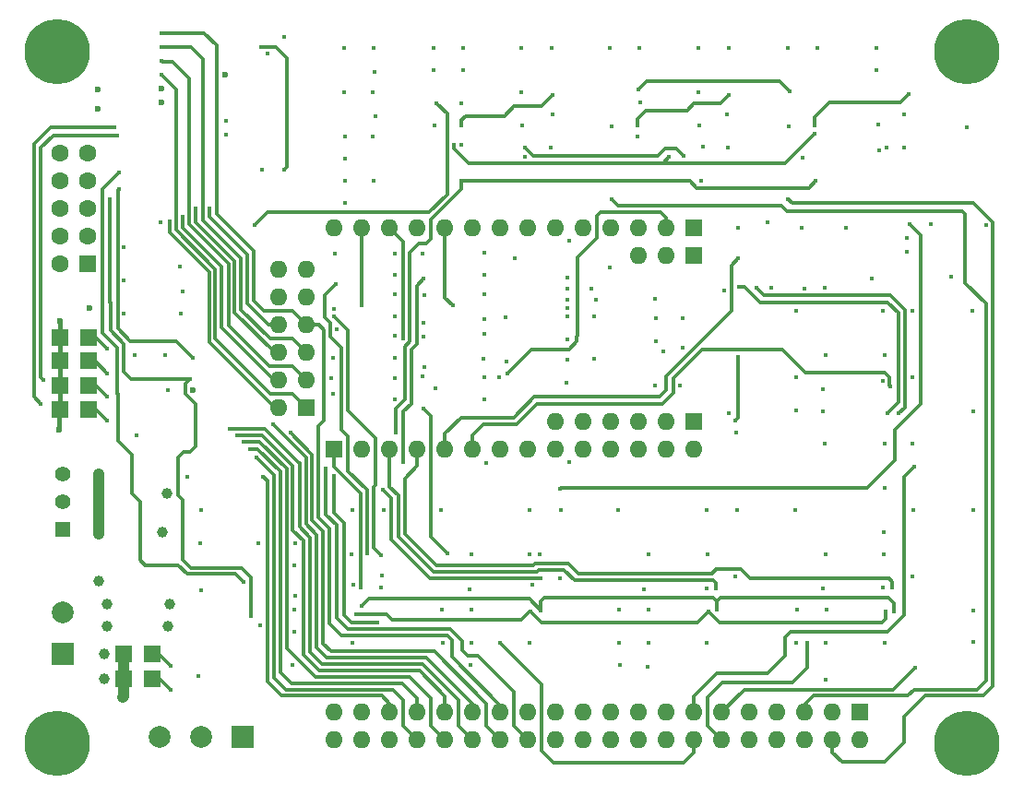
<source format=gbr>
G04 #@! TF.FileFunction,Copper,L1,Top,Signal*
%FSLAX46Y46*%
G04 Gerber Fmt 4.6, Leading zero omitted, Abs format (unit mm)*
G04 Created by KiCad (PCBNEW 4.0.6) date 04/24/18 14:39:14*
%MOMM*%
%LPD*%
G01*
G04 APERTURE LIST*
%ADD10C,0.100000*%
%ADD11C,6.000000*%
%ADD12O,1.600000X1.600000*%
%ADD13R,1.600000X1.600000*%
%ADD14C,1.600000*%
%ADD15R,1.500000X1.500000*%
%ADD16R,2.000000X2.000000*%
%ADD17C,2.000000*%
%ADD18R,1.400000X1.400000*%
%ADD19C,1.400000*%
%ADD20C,0.400000*%
%ADD21C,1.000000*%
%ADD22C,0.600000*%
%ADD23C,0.450000*%
%ADD24C,1.000000*%
%ADD25C,0.300000*%
G04 APERTURE END LIST*
D10*
D11*
X86750000Y66750000D03*
D12*
X54102000Y30226000D03*
X49022000Y32766000D03*
X51562000Y32766000D03*
X54102000Y32766000D03*
X56642000Y32766000D03*
X59182000Y32766000D03*
D13*
X61722000Y32766000D03*
D12*
X38862000Y30226000D03*
X41402000Y30226000D03*
X43942000Y30226000D03*
X46482000Y30226000D03*
X49022000Y30226000D03*
X51562000Y30226000D03*
X61722000Y30226000D03*
X31242000Y30226000D03*
X56642000Y30226000D03*
X33782000Y30226000D03*
X59182000Y30226000D03*
X36322000Y30226000D03*
D13*
X28702000Y30226000D03*
D12*
X23622000Y34036000D03*
X23622000Y46736000D03*
X23622000Y44196000D03*
X23622000Y41656000D03*
X23622000Y39116000D03*
X23622000Y36576000D03*
D13*
X26162000Y34036000D03*
D12*
X26162000Y36576000D03*
X26162000Y39116000D03*
X26162000Y41656000D03*
X26162000Y44196000D03*
X26162000Y46736000D03*
X56642000Y48006000D03*
X59182000Y48006000D03*
D13*
X61722000Y48006000D03*
X61722000Y50546000D03*
D12*
X36322000Y50546000D03*
X59182000Y50546000D03*
X33782000Y50546000D03*
X56642000Y50546000D03*
X31242000Y50546000D03*
X54102000Y50546000D03*
X28702000Y50546000D03*
X51562000Y50546000D03*
X49022000Y50546000D03*
X46482000Y50546000D03*
X43942000Y50546000D03*
X41402000Y50546000D03*
X38862000Y50546000D03*
D13*
X6096000Y47244000D03*
D14*
X3556000Y47244000D03*
X6096000Y49784000D03*
X3556000Y49784000D03*
X6096000Y52324000D03*
X3556000Y52324000D03*
X6096000Y54864000D03*
X3556000Y54864000D03*
X6096000Y57404000D03*
X3556000Y57404000D03*
D11*
X3250000Y3250000D03*
X86750000Y3250000D03*
X3250000Y66750000D03*
D15*
X12018000Y9144000D03*
X9318000Y9144000D03*
X12018000Y11430000D03*
X9318000Y11430000D03*
X6176000Y40513000D03*
X3476000Y40513000D03*
X6176000Y38354000D03*
X3476000Y38354000D03*
X6176000Y36068000D03*
X3476000Y36068000D03*
X6176000Y33909000D03*
X3476000Y33909000D03*
D16*
X3810000Y11430000D03*
D17*
X3810000Y15240000D03*
D16*
X20320000Y3810000D03*
D17*
X12700000Y3810000D03*
X16510000Y3810000D03*
D13*
X76962000Y6096000D03*
D12*
X76962000Y3556000D03*
X74422000Y6096000D03*
X74422000Y3556000D03*
X71882000Y6096000D03*
X71882000Y3556000D03*
X69342000Y6096000D03*
X69342000Y3556000D03*
X66802000Y6096000D03*
X66802000Y3556000D03*
X64262000Y6096000D03*
X64262000Y3556000D03*
X61722000Y6096000D03*
X61722000Y3556000D03*
X59182000Y6096000D03*
X59182000Y3556000D03*
X56642000Y6096000D03*
X56642000Y3556000D03*
X54102000Y6096000D03*
X54102000Y3556000D03*
X51562000Y6096000D03*
X51562000Y3556000D03*
X49022000Y6096000D03*
X49022000Y3556000D03*
X46482000Y6096000D03*
X46482000Y3556000D03*
X43942000Y6096000D03*
X43942000Y3556000D03*
X41402000Y6096000D03*
X41402000Y3556000D03*
X38862000Y6096000D03*
X38862000Y3556000D03*
X36322000Y6096000D03*
X36322000Y3556000D03*
X33782000Y6096000D03*
X33782000Y3556000D03*
X31242000Y6096000D03*
X31242000Y3556000D03*
X28702000Y6096000D03*
X28702000Y3556000D03*
D18*
X3810000Y22860000D03*
D19*
X3810000Y27940000D03*
X3810000Y25400000D03*
D20*
X34290000Y44450000D03*
X28638500Y43116500D03*
X36830000Y36957000D03*
X42481500Y36893500D03*
X28956000Y41275000D03*
X34290000Y40640000D03*
X36957000Y44386500D03*
X36893500Y40576500D03*
X42481500Y44513500D03*
X42481500Y40830500D03*
X42481500Y48260000D03*
X36830000Y48196500D03*
X34290000Y48196500D03*
X28765500Y48196500D03*
X41275000Y15557500D03*
X38608000Y15544800D03*
X52514500Y42481500D03*
X58229500Y42291000D03*
X54000400Y46939200D03*
X44399200Y42367200D03*
X50088800Y42468800D03*
X38506400Y24638000D03*
X41249600Y20574000D03*
X54711600Y24638000D03*
X54864000Y15544800D03*
X57556400Y20574000D03*
X71183500Y15494000D03*
X70993000Y24638000D03*
X71120000Y33845500D03*
X71056500Y42926000D03*
X73787000Y20574000D03*
X73787000Y38862000D03*
X87376000Y15430500D03*
X87312500Y24638000D03*
X87376000Y33718500D03*
X24130000Y68072000D03*
X32512000Y60833000D03*
X32385000Y64897000D03*
X37846000Y67056000D03*
X37846000Y65024000D03*
X37909500Y60007500D03*
X40513000Y67056000D03*
X40513000Y65024000D03*
X54165500Y59880500D03*
X53975000Y67056000D03*
X56705500Y67056000D03*
X56769000Y62103000D03*
X70421500Y59880500D03*
X70294500Y67056000D03*
X73025000Y67056000D03*
X86741000Y59817000D03*
X25082500Y21590000D03*
X25019000Y19558000D03*
X25019000Y15557500D03*
X87249000Y42926000D03*
X81216500Y49657000D03*
X78041500Y45910500D03*
X65722500Y50546000D03*
X60706000Y39560500D03*
X40322500Y58229500D03*
X40386000Y61976000D03*
X71691500Y57023000D03*
X73533000Y33718500D03*
X57531000Y15557500D03*
X73850500Y15557500D03*
X56515000Y58928000D03*
D21*
X7620000Y9144000D03*
X7874000Y16002000D03*
X7874000Y13970000D03*
X7112000Y18161000D03*
D20*
X30353000Y24638000D03*
X33274000Y24638000D03*
X41148000Y17399000D03*
X41249600Y12446000D03*
X49466500Y24638000D03*
X49403000Y18415000D03*
X42418000Y38544500D03*
X42481500Y42227500D03*
X42481500Y46228000D03*
X34290000Y38608000D03*
X34290000Y42418000D03*
X34290000Y46291500D03*
X57467500Y10287000D03*
X73558400Y17475200D03*
X79095600Y20574000D03*
X50101500Y43942000D03*
X50101500Y40322500D03*
X38658800Y12446000D03*
X46634400Y20574000D03*
X46634400Y24638000D03*
X54813200Y12446000D03*
X57505600Y12446000D03*
X62941200Y20574000D03*
X62890400Y24638000D03*
X71056500Y12446000D03*
X65468500Y18542000D03*
X65659000Y24638000D03*
X65595500Y31750000D03*
X71120000Y36893500D03*
X73787000Y9080500D03*
X73787000Y12446000D03*
X79121000Y22606000D03*
X79184500Y26670000D03*
X79184500Y30797500D03*
X87376000Y12573000D03*
X81788000Y18542000D03*
X81851500Y24638000D03*
X81788000Y30734000D03*
X81788000Y36830000D03*
X79184500Y38862000D03*
X22098000Y55880000D03*
X29718000Y52832000D03*
X29591000Y67056000D03*
X29591000Y62992000D03*
X29718000Y56896000D03*
X32321500Y54864000D03*
X32194500Y58928000D03*
X32258000Y62992000D03*
X32321500Y67056000D03*
X45847000Y62992000D03*
X45847000Y67056000D03*
X48641000Y67056000D03*
X48704500Y60960000D03*
X48577500Y57912000D03*
X62103000Y62992000D03*
X62103000Y67056000D03*
X64770000Y60960000D03*
X64833500Y57912000D03*
X64897000Y67056000D03*
X78422500Y67056000D03*
X78422500Y65024000D03*
X81026000Y57912000D03*
X81026000Y60960000D03*
X30289500Y20574000D03*
X25146000Y16827500D03*
X25019000Y13462000D03*
X41211500Y10414000D03*
X24892000Y10477500D03*
X16446500Y17272000D03*
X16383000Y21590000D03*
X15176500Y27686000D03*
D22*
X3492500Y42037000D03*
D20*
X10414000Y38862000D03*
X9398000Y42672000D03*
X9398000Y48768000D03*
X79057500Y42926000D03*
X81788000Y42926000D03*
X85280500Y46101000D03*
X81216500Y48387000D03*
X71628000Y50609500D03*
X75692000Y50609500D03*
X64516000Y44831000D03*
X60706000Y42291000D03*
X60452000Y36068000D03*
X58166000Y36068000D03*
X58229500Y40195500D03*
X58166000Y44069000D03*
X50038000Y36385500D03*
X42481500Y34861500D03*
X34290000Y34861500D03*
X9398000Y45720000D03*
X10541000Y31496000D03*
X16510000Y24638000D03*
X16256000Y9398000D03*
X33083500Y18669000D03*
X32956500Y17526000D03*
X73533000Y35750500D03*
X57086500Y17399000D03*
X64897000Y33528000D03*
X68453000Y51054000D03*
X78613000Y60071000D03*
X62230000Y59944000D03*
X45974000Y59944000D03*
D22*
X12827000Y63373000D03*
D21*
X9271000Y7493000D03*
D22*
X6985000Y63246000D03*
X3429000Y32004000D03*
D21*
X13335000Y26162000D03*
X12954000Y22606000D03*
X13589000Y16002000D03*
X13462000Y13970000D03*
D20*
X83439000Y50927000D03*
X46634400Y12446000D03*
X46863000Y17780000D03*
X73723500Y30734000D03*
X79057500Y36512500D03*
X68834000Y45085000D03*
X28448000Y36766500D03*
X71882000Y44958000D03*
X30378400Y12446000D03*
X30480000Y17780000D03*
X62890400Y12446000D03*
X79184500Y12446000D03*
X22606000Y66548000D03*
X29718000Y54864000D03*
X29718000Y58928000D03*
X21717000Y21590000D03*
X14605000Y42672000D03*
X73723500Y45085000D03*
X58928000Y39243000D03*
X52514500Y38544500D03*
X44513500Y38290500D03*
X50101500Y38481000D03*
X50101500Y46037500D03*
X45275500Y47752000D03*
X34290000Y36766500D03*
X21907500Y14097000D03*
X79057500Y17589500D03*
X62865000Y17462500D03*
D21*
X7620000Y11430000D03*
D22*
X18669000Y64643000D03*
X12827000Y62103000D03*
X6985000Y61468000D03*
X6223000Y43180000D03*
X15748000Y35687000D03*
D20*
X31115000Y17526000D03*
X39560500Y43434000D03*
X31242000Y43434000D03*
X34988500Y40386000D03*
X79692500Y36004500D03*
X30734000Y15113000D03*
X65849500Y45148500D03*
X79438500Y33528000D03*
X46736000Y15341600D03*
X63042800Y15341600D03*
X79298800Y15341600D03*
X79908400Y17576800D03*
X65786000Y47752000D03*
X31242000Y15875000D03*
X67437000Y45085000D03*
X80518000Y33528000D03*
X80060800Y15341600D03*
X63804800Y15494000D03*
X47650400Y15443200D03*
X37973000Y35814000D03*
X28575000Y35306000D03*
X63703200Y17475200D03*
X33147000Y26543000D03*
X47625000Y18415000D03*
X13652500Y8128000D03*
X13652500Y10350500D03*
X50292000Y49428400D03*
D21*
X7112000Y22479000D03*
X7112000Y27940000D03*
D20*
X59436000Y57086500D03*
X39687500Y58166000D03*
X72771000Y59245500D03*
X13398500Y35687000D03*
X14541500Y46990000D03*
X21399500Y50863500D03*
X12763500Y51054000D03*
X26987500Y52006500D03*
X38100000Y62039500D03*
X7874000Y39497000D03*
X7874000Y37211000D03*
X7874000Y35052000D03*
X7874000Y32893000D03*
X13589000Y51181000D03*
X14795500Y51625500D03*
X16002000Y52324000D03*
X17272000Y52324000D03*
X36957000Y37782500D03*
X36893500Y41846500D03*
X35052000Y29083000D03*
X36893500Y45910500D03*
X28575000Y38671500D03*
X33020000Y20510500D03*
X28702000Y42481500D03*
X28829000Y45402500D03*
X31686500Y20701000D03*
X81978500Y10223500D03*
X72072500Y12446000D03*
X81915000Y28638500D03*
X43942000Y12446000D03*
X39116000Y20701000D03*
X36893500Y33972500D03*
X50292000Y29083000D03*
X47561500Y20574000D03*
X54927500Y10414000D03*
X70358000Y53213000D03*
X54165500Y53213000D03*
X88519000Y50800000D03*
X18732500Y60388500D03*
X24701500Y31750000D03*
X23050500Y32512000D03*
X18796000Y59118500D03*
X19113500Y32131000D03*
X19748500Y31496000D03*
X20383500Y30924500D03*
X20955000Y30289500D03*
X21526500Y29527500D03*
X22161500Y27749500D03*
X12827000Y64643000D03*
X32639000Y14351000D03*
X28638500Y27813000D03*
X12827000Y65913000D03*
X12827000Y68453000D03*
X27940000Y28511500D03*
X12827000Y67183000D03*
X34353500Y31750000D03*
X72898000Y54864000D03*
X40386000Y54927500D03*
X56451500Y54864000D03*
X81470500Y50927000D03*
X49403000Y26606500D03*
X62357000Y54864000D03*
X8763000Y59055000D03*
X2032000Y36576000D03*
X1778000Y34417000D03*
X8509000Y59817000D03*
X78740000Y57658000D03*
X46164500Y57912000D03*
X60769500Y57150000D03*
X44577000Y37211000D03*
X50952400Y40538400D03*
X50088800Y43180000D03*
X52273200Y44958000D03*
X79375000Y57975500D03*
X46164500Y57086500D03*
X62547500Y58039000D03*
X81407000Y62865000D03*
X72771000Y59944000D03*
X64897000Y62738000D03*
X56515000Y59944000D03*
X48768000Y62738000D03*
X40386000Y59944000D03*
X15748000Y38671500D03*
X8953500Y54165500D03*
X8128000Y53213000D03*
X21018500Y14922500D03*
X15494000Y36703000D03*
X8953500Y55689500D03*
X20383500Y18034000D03*
X70485000Y63119000D03*
X56642000Y63246000D03*
X65532000Y32893000D03*
X65786000Y38735000D03*
X42672000Y29019500D03*
X43815000Y36893500D03*
X52730400Y43992800D03*
X50088800Y44958000D03*
X24130000Y55880000D03*
X21971000Y67183000D03*
X14795500Y44767500D03*
X13208000Y38862000D03*
D23*
X3476000Y40513000D02*
X3476000Y42020500D01*
X3476000Y42020500D02*
X3492500Y42037000D01*
D24*
X9318000Y9144000D02*
X9318000Y7540000D01*
X9318000Y7540000D02*
X9271000Y7493000D01*
X9318000Y11430000D02*
X9318000Y9144000D01*
D23*
X3476000Y33909000D02*
X3429000Y33862000D01*
X3429000Y33862000D02*
X3429000Y32004000D01*
X3476000Y36068000D02*
X3476000Y33909000D01*
X3476000Y38354000D02*
X3476000Y36068000D01*
X3476000Y40513000D02*
X3476000Y38354000D01*
D25*
X28702000Y30226000D02*
X28702000Y28638500D01*
X31115000Y26225500D02*
X31115000Y17526000D01*
X28702000Y28638500D02*
X31115000Y26225500D01*
X38862000Y50546000D02*
X38862000Y44132500D01*
X38862000Y44132500D02*
X39560500Y43434000D01*
X31242000Y50546000D02*
X31242000Y43434000D01*
X34988500Y49339500D02*
X33782000Y50546000D01*
X34988500Y42926000D02*
X34988500Y49339500D01*
X34988500Y41529000D02*
X34988500Y42926000D01*
X34988500Y40386000D02*
X34988500Y41529000D01*
X41402000Y31559500D02*
X41402000Y30226000D01*
X42354500Y32512000D02*
X41402000Y31559500D01*
X45402500Y32512000D02*
X42354500Y32512000D01*
X47307500Y34417000D02*
X45402500Y32512000D01*
X58801000Y34417000D02*
X47307500Y34417000D01*
X59817000Y35433000D02*
X58801000Y34417000D01*
X59817000Y36766500D02*
X59817000Y35433000D01*
X62484000Y39433500D02*
X59817000Y36766500D01*
X69786500Y39433500D02*
X62484000Y39433500D01*
X71945500Y37274500D02*
X69786500Y39433500D01*
X79184500Y37274500D02*
X71945500Y37274500D01*
X79629000Y36830000D02*
X79184500Y37274500D01*
X79629000Y36068000D02*
X79629000Y36830000D01*
X79692500Y36004500D02*
X79629000Y36068000D01*
X46736000Y15341600D02*
X46583600Y15341600D01*
X33528000Y15113000D02*
X30734000Y15113000D01*
X34036000Y14605000D02*
X33528000Y15113000D01*
X45847000Y14605000D02*
X34036000Y14605000D01*
X46583600Y15341600D02*
X45847000Y14605000D01*
X66357500Y45148500D02*
X65849500Y45148500D01*
X67754500Y43751500D02*
X66357500Y45148500D01*
X79502000Y43751500D02*
X67754500Y43751500D01*
X80454500Y42799000D02*
X79502000Y43751500D01*
X80454500Y34544000D02*
X80454500Y42799000D01*
X79438500Y33528000D02*
X80454500Y34544000D01*
X63042800Y15341600D02*
X62026800Y14325600D01*
X47752000Y14325600D02*
X46736000Y15341600D01*
X62026800Y14325600D02*
X47752000Y14325600D01*
X64058800Y14325600D02*
X63042800Y15341600D01*
X79298800Y15341600D02*
X79298800Y14681200D01*
X79298800Y14681200D02*
X78943200Y14325600D01*
X78943200Y14325600D02*
X64058800Y14325600D01*
X36322000Y28702000D02*
X36322000Y30226000D01*
X35153600Y27533600D02*
X36322000Y28702000D01*
X35153600Y22504400D02*
X35153600Y27533600D01*
X38049200Y19608800D02*
X35153600Y22504400D01*
X46990000Y19608800D02*
X38049200Y19608800D01*
X47142400Y19761200D02*
X46990000Y19608800D01*
X50190400Y19761200D02*
X47142400Y19761200D01*
X51104800Y18846800D02*
X50190400Y19761200D01*
X63347600Y18846800D02*
X51104800Y18846800D01*
X63754000Y19253200D02*
X63347600Y18846800D01*
X65989200Y19253200D02*
X63754000Y19253200D01*
X66852800Y18389600D02*
X65989200Y19253200D01*
X79603600Y18389600D02*
X66852800Y18389600D01*
X79908400Y18084800D02*
X79603600Y18389600D01*
X79908400Y17576800D02*
X79908400Y18084800D01*
X38862000Y30226000D02*
X38862000Y31686500D01*
X65151000Y47117000D02*
X65786000Y47752000D01*
X65151000Y42926000D02*
X65151000Y47117000D01*
X59182000Y36957000D02*
X65151000Y42926000D01*
X59182000Y35687000D02*
X59182000Y36957000D01*
X58547000Y35052000D02*
X59182000Y35687000D01*
X47053500Y35052000D02*
X58547000Y35052000D01*
X45148500Y33147000D02*
X47053500Y35052000D01*
X40322500Y33147000D02*
X45148500Y33147000D01*
X38862000Y31686500D02*
X40322500Y33147000D01*
X47650400Y15443200D02*
X47650400Y15468600D01*
X31877000Y16510000D02*
X31242000Y15875000D01*
X46609000Y16510000D02*
X31877000Y16510000D01*
X47650400Y15468600D02*
X46609000Y16510000D01*
X67437000Y45085000D02*
X68135500Y44386500D01*
X68135500Y44386500D02*
X79756000Y44386500D01*
X79756000Y44386500D02*
X81089500Y43053000D01*
X81089500Y43053000D02*
X81089500Y34099500D01*
X81089500Y34099500D02*
X80518000Y33528000D01*
X63804800Y16306800D02*
X64160400Y16662400D01*
X80060800Y16154400D02*
X80060800Y15341600D01*
X79552800Y16662400D02*
X80060800Y16154400D01*
X64160400Y16662400D02*
X79552800Y16662400D01*
X47650400Y15443200D02*
X47650400Y16306800D01*
X47650400Y16306800D02*
X48006000Y16662400D01*
X63804800Y16306800D02*
X63804800Y15494000D01*
X63449200Y16662400D02*
X63804800Y16306800D01*
X48006000Y16662400D02*
X63449200Y16662400D01*
X33782000Y26822400D02*
X33782000Y30226000D01*
X34594800Y26009600D02*
X33782000Y26822400D01*
X34594800Y22199600D02*
X34594800Y26009600D01*
X37795200Y18999200D02*
X34594800Y22199600D01*
X47251998Y18999200D02*
X37795200Y18999200D01*
X47455198Y19202400D02*
X47251998Y18999200D01*
X49784000Y19202400D02*
X47455198Y19202400D01*
X50749200Y18237200D02*
X49784000Y19202400D01*
X63500000Y18237200D02*
X50749200Y18237200D01*
X63754000Y17983200D02*
X63500000Y18237200D01*
X63754000Y17526000D02*
X63754000Y17983200D01*
X63703200Y17475200D02*
X63754000Y17526000D01*
X33909000Y25781000D02*
X33147000Y26543000D01*
X33909000Y21971000D02*
X33909000Y25781000D01*
X37465000Y18415000D02*
X33909000Y21971000D01*
X40894000Y18415000D02*
X37465000Y18415000D01*
X46355000Y18415000D02*
X40894000Y18415000D01*
X47625000Y18415000D02*
X46355000Y18415000D01*
X12018000Y9144000D02*
X12636500Y9144000D01*
X12636500Y9144000D02*
X13652500Y8128000D01*
X13652500Y10350500D02*
X12573000Y11430000D01*
X12573000Y11430000D02*
X12018000Y11430000D01*
D24*
X7112000Y27940000D02*
X7112000Y22479000D01*
D25*
X58864500Y56515000D02*
X58801000Y56515000D01*
X59436000Y57086500D02*
X58864500Y56515000D01*
X58801000Y56515000D02*
X41021000Y56515000D01*
X39687500Y57848500D02*
X39687500Y58166000D01*
X41021000Y56515000D02*
X39687500Y57848500D01*
X70040500Y56515000D02*
X58801000Y56515000D01*
X72771000Y59245500D02*
X70040500Y56515000D01*
X22542500Y52006500D02*
X26987500Y52006500D01*
X21399500Y50863500D02*
X22542500Y52006500D01*
X26987500Y52006500D02*
X37401500Y52006500D01*
X37401500Y52006500D02*
X39052500Y53657500D01*
X39052500Y53657500D02*
X39052500Y61087000D01*
X39052500Y61087000D02*
X38100000Y62039500D01*
X7874000Y39497000D02*
X6858000Y40513000D01*
X6858000Y40513000D02*
X6176000Y40513000D01*
X6176000Y38354000D02*
X6731000Y38354000D01*
X6731000Y38354000D02*
X7874000Y37211000D01*
X7874000Y35052000D02*
X6858000Y36068000D01*
X6858000Y36068000D02*
X6176000Y36068000D01*
X6176000Y33909000D02*
X6858000Y33909000D01*
X6858000Y33909000D02*
X7874000Y32893000D01*
X23622000Y34036000D02*
X23241000Y34036000D01*
X23241000Y34036000D02*
X17208500Y40068500D01*
X13589000Y50165000D02*
X13589000Y51181000D01*
X17208500Y46545500D02*
X13589000Y50165000D01*
X17208500Y40068500D02*
X17208500Y46545500D01*
X23622000Y36576000D02*
X23177500Y36576000D01*
X23177500Y36576000D02*
X18351500Y41402000D01*
X14795500Y50609500D02*
X14795500Y51625500D01*
X18351500Y47053500D02*
X14795500Y50609500D01*
X18351500Y41402000D02*
X18351500Y47053500D01*
X23622000Y39116000D02*
X23241000Y39116000D01*
X23241000Y39116000D02*
X19558000Y42799000D01*
X19558000Y42799000D02*
X19558000Y47561500D01*
X19558000Y47561500D02*
X16002000Y51117500D01*
X16002000Y51117500D02*
X16002000Y52324000D01*
X23622000Y41656000D02*
X22669500Y41656000D01*
X17272000Y51562000D02*
X17272000Y52324000D01*
X20701000Y48133000D02*
X17272000Y51562000D01*
X20701000Y43624500D02*
X20701000Y48133000D01*
X22669500Y41656000D02*
X20701000Y43624500D01*
X35052000Y33718500D02*
X35052000Y29083000D01*
X35750500Y34417000D02*
X35052000Y33718500D01*
X35750500Y39370000D02*
X35750500Y34417000D01*
X36258500Y39878000D02*
X35750500Y39370000D01*
X36258500Y45275500D02*
X36258500Y39878000D01*
X36893500Y45910500D02*
X36258500Y45275500D01*
X32321500Y21209000D02*
X33020000Y20510500D01*
X32321500Y26797000D02*
X32321500Y21209000D01*
X32512000Y26987500D02*
X32321500Y26797000D01*
X32512000Y31242000D02*
X32512000Y26987500D01*
X29972000Y33782000D02*
X32512000Y31242000D01*
X29972000Y41211500D02*
X29972000Y33782000D01*
X28702000Y42481500D02*
X29972000Y41211500D01*
X27813000Y44386500D02*
X28829000Y45402500D01*
X27813000Y42354500D02*
X27813000Y44386500D01*
X28321000Y41846500D02*
X27813000Y42354500D01*
X28321000Y40576500D02*
X28321000Y41846500D01*
X29337000Y39560500D02*
X28321000Y40576500D01*
X29337000Y32067500D02*
X29337000Y39560500D01*
X29972000Y31432500D02*
X29337000Y32067500D01*
X29972000Y28257500D02*
X29972000Y31432500D01*
X31686500Y26543000D02*
X29972000Y28257500D01*
X31686500Y20701000D02*
X31686500Y26543000D01*
X64262000Y6096000D02*
X66357500Y8191500D01*
X79946500Y8191500D02*
X81978500Y10223500D01*
X66357500Y8191500D02*
X79946500Y8191500D01*
X64262000Y3556000D02*
X62992000Y4826000D01*
X72072500Y10160000D02*
X72072500Y12446000D01*
X70739000Y8826500D02*
X72072500Y10160000D01*
X64325500Y8826500D02*
X70739000Y8826500D01*
X62992000Y7493000D02*
X64325500Y8826500D01*
X62992000Y4826000D02*
X62992000Y7493000D01*
X61722000Y6096000D02*
X61722000Y7556500D01*
X81026000Y27749500D02*
X81915000Y28638500D01*
X81026000Y15049500D02*
X81026000Y27749500D01*
X79438500Y13462000D02*
X81026000Y15049500D01*
X70612000Y13462000D02*
X79438500Y13462000D01*
X70104000Y12954000D02*
X70612000Y13462000D01*
X70104000Y11303000D02*
X70104000Y12954000D01*
X68453000Y9652000D02*
X70104000Y11303000D01*
X63817500Y9652000D02*
X68453000Y9652000D01*
X61722000Y7556500D02*
X63817500Y9652000D01*
X61722000Y2413000D02*
X61722000Y3556000D01*
X60769500Y1460500D02*
X61722000Y2413000D01*
X48831500Y1460500D02*
X60769500Y1460500D01*
X47752000Y2540000D02*
X48831500Y1460500D01*
X47752000Y8636000D02*
X47752000Y2540000D01*
X43942000Y12446000D02*
X47752000Y8636000D01*
X37592000Y22225000D02*
X39116000Y20701000D01*
X37592000Y33274000D02*
X37592000Y22225000D01*
X36893500Y33972500D02*
X37592000Y33274000D01*
X74422000Y3556000D02*
X74422000Y2413000D01*
X70739000Y52832000D02*
X70358000Y53213000D01*
X87376000Y52832000D02*
X70739000Y52832000D01*
X89154000Y51054000D02*
X87376000Y52832000D01*
X89154000Y8509000D02*
X89154000Y51054000D01*
X88265000Y7620000D02*
X89154000Y8509000D01*
X82931000Y7620000D02*
X88265000Y7620000D01*
X81026000Y5715000D02*
X82931000Y7620000D01*
X81026000Y3302000D02*
X81026000Y5715000D01*
X79248000Y1524000D02*
X81026000Y3302000D01*
X75311000Y1524000D02*
X79248000Y1524000D01*
X74422000Y2413000D02*
X75311000Y1524000D01*
X72707500Y7620000D02*
X71882000Y6794500D01*
X81343500Y7620000D02*
X72707500Y7620000D01*
X81915000Y8191500D02*
X81343500Y7620000D01*
X87693500Y8191500D02*
X81915000Y8191500D01*
X88519000Y9017000D02*
X87693500Y8191500D01*
X88519000Y43624500D02*
X88519000Y9017000D01*
X86614000Y45529500D02*
X88519000Y43624500D01*
X86614000Y51816000D02*
X86614000Y45529500D01*
X86296500Y52133500D02*
X86614000Y51816000D01*
X70231000Y52133500D02*
X86296500Y52133500D01*
X69723000Y52641500D02*
X70231000Y52133500D01*
X54737000Y52641500D02*
X69723000Y52641500D01*
X54165500Y53213000D02*
X54737000Y52641500D01*
X71882000Y6794500D02*
X71882000Y6096000D01*
X43942000Y3556000D02*
X42672000Y4826000D01*
X26670000Y29781500D02*
X24701500Y31750000D01*
X26670000Y23749000D02*
X26670000Y29781500D01*
X27686000Y22733000D02*
X26670000Y23749000D01*
X27686000Y12382500D02*
X27686000Y22733000D01*
X28384500Y11684000D02*
X27686000Y12382500D01*
X37909500Y11684000D02*
X28384500Y11684000D01*
X42672000Y6921500D02*
X37909500Y11684000D01*
X42672000Y4826000D02*
X42672000Y6921500D01*
X41402000Y6096000D02*
X41402000Y6858000D01*
X41402000Y6858000D02*
X37147500Y11112500D01*
X37147500Y11112500D02*
X28003500Y11112500D01*
X28003500Y11112500D02*
X27051000Y12065000D01*
X27051000Y12065000D02*
X27051000Y22415500D01*
X27051000Y22415500D02*
X26098500Y23368000D01*
X26098500Y23368000D02*
X26098500Y29464000D01*
X26098500Y29464000D02*
X23050500Y32512000D01*
X36766500Y10541000D02*
X34925000Y10541000D01*
X40132000Y4826000D02*
X40132000Y7239000D01*
X40132000Y7239000D02*
X40068500Y7239000D01*
X40068500Y7239000D02*
X36766500Y10541000D01*
X41402000Y3556000D02*
X40132000Y4826000D01*
X22288500Y32131000D02*
X19113500Y32131000D01*
X25463500Y28956000D02*
X22288500Y32131000D01*
X25527000Y28956000D02*
X25463500Y28956000D01*
X25527000Y23114000D02*
X25527000Y28956000D01*
X26479500Y22161500D02*
X25527000Y23114000D01*
X26479500Y11620500D02*
X26479500Y22161500D01*
X27559000Y10541000D02*
X26479500Y11620500D01*
X34925000Y10541000D02*
X27559000Y10541000D01*
X38862000Y7556500D02*
X38862000Y6096000D01*
X36512500Y9906000D02*
X38862000Y7556500D01*
X27305000Y9906000D02*
X36512500Y9906000D01*
X25844500Y11366500D02*
X27305000Y9906000D01*
X25844500Y21844000D02*
X25844500Y11366500D01*
X24892000Y22796500D02*
X25844500Y21844000D01*
X24892000Y28702000D02*
X24892000Y22796500D01*
X22098000Y31496000D02*
X24892000Y28702000D01*
X19748500Y31496000D02*
X22098000Y31496000D01*
X38862000Y3556000D02*
X37592000Y4826000D01*
X21844000Y30924500D02*
X20383500Y30924500D01*
X24320500Y28448000D02*
X21844000Y30924500D01*
X24320500Y12001500D02*
X24320500Y28448000D01*
X26987500Y9334500D02*
X24320500Y12001500D01*
X35623500Y9334500D02*
X26987500Y9334500D01*
X37592000Y7366000D02*
X35623500Y9334500D01*
X37592000Y4826000D02*
X37592000Y7366000D01*
X36322000Y7366000D02*
X36322000Y6096000D01*
X34925000Y8763000D02*
X36322000Y7366000D01*
X24765000Y8763000D02*
X34925000Y8763000D01*
X23749000Y9779000D02*
X24765000Y8763000D01*
X23749000Y28194000D02*
X23749000Y9779000D01*
X21653500Y30289500D02*
X23749000Y28194000D01*
X20955000Y30289500D02*
X21653500Y30289500D01*
X36322000Y3556000D02*
X35052000Y4826000D01*
X23177500Y27876500D02*
X21526500Y29527500D01*
X23177500Y9271000D02*
X23177500Y27876500D01*
X24257000Y8191500D02*
X23177500Y9271000D01*
X34107498Y8191500D02*
X24257000Y8191500D01*
X35052000Y7246998D02*
X34107498Y8191500D01*
X35052000Y4826000D02*
X35052000Y7246998D01*
X33782000Y6921500D02*
X33782000Y6096000D01*
X33083500Y7620000D02*
X33782000Y6921500D01*
X23876000Y7620000D02*
X33083500Y7620000D01*
X22542500Y8953500D02*
X23876000Y7620000D01*
X22542500Y27368500D02*
X22542500Y8953500D01*
X22161500Y27749500D02*
X22542500Y27368500D01*
X24892000Y35306000D02*
X26162000Y34036000D01*
X22860000Y35306000D02*
X24892000Y35306000D01*
X17780000Y40386000D02*
X22860000Y35306000D01*
X17780000Y46799500D02*
X17780000Y40386000D01*
X14160500Y50419000D02*
X17780000Y46799500D01*
X14160500Y63309500D02*
X14160500Y50419000D01*
X12827000Y64643000D02*
X14160500Y63309500D01*
X30289500Y14351000D02*
X32639000Y14351000D01*
X29591000Y15049500D02*
X30289500Y14351000D01*
X29591000Y16065500D02*
X29591000Y15049500D01*
X29591000Y22606000D02*
X29591000Y16065500D01*
X29591000Y23495000D02*
X29591000Y22606000D01*
X28638500Y24447500D02*
X29591000Y23495000D01*
X28638500Y26162000D02*
X28638500Y24447500D01*
X28638500Y27813000D02*
X28638500Y26162000D01*
X24892000Y37846000D02*
X26162000Y36576000D01*
X22733000Y37846000D02*
X24892000Y37846000D01*
X18986500Y41592500D02*
X22733000Y37846000D01*
X18986500Y47307500D02*
X18986500Y41592500D01*
X15367000Y50927000D02*
X18986500Y47307500D01*
X15367000Y64325500D02*
X15367000Y50927000D01*
X13843000Y65849500D02*
X15367000Y64325500D01*
X12890500Y65849500D02*
X13843000Y65849500D01*
X12827000Y65913000D02*
X12890500Y65849500D01*
X26162000Y41656000D02*
X27305000Y41656000D01*
X39497000Y11176000D02*
X43942000Y6731000D01*
X39497000Y12700000D02*
X39497000Y11176000D01*
X39052500Y13144500D02*
X39497000Y12700000D01*
X29337000Y13144500D02*
X39052500Y13144500D01*
X28257500Y14224000D02*
X29337000Y13144500D01*
X28257500Y22987000D02*
X28257500Y14224000D01*
X27241500Y24003000D02*
X28257500Y22987000D01*
X27241500Y32385000D02*
X27241500Y24003000D01*
X27749500Y32893000D02*
X27241500Y32385000D01*
X27749500Y41211500D02*
X27749500Y32893000D01*
X27305000Y41656000D02*
X27749500Y41211500D01*
X43942000Y6731000D02*
X43942000Y6096000D01*
X26162000Y41656000D02*
X26225500Y41656000D01*
X24892000Y42926000D02*
X26162000Y41656000D01*
X22225000Y42926000D02*
X24892000Y42926000D01*
X21272500Y43878500D02*
X22225000Y42926000D01*
X21272500Y48450500D02*
X21272500Y43878500D01*
X17907000Y51816000D02*
X21272500Y48450500D01*
X17907000Y67310000D02*
X17907000Y51816000D01*
X16764000Y68453000D02*
X17907000Y67310000D01*
X12827000Y68453000D02*
X16764000Y68453000D01*
X45212000Y4826000D02*
X46482000Y3556000D01*
X45212000Y8001000D02*
X45212000Y4826000D01*
X41910000Y11303000D02*
X45212000Y8001000D01*
X40957500Y11303000D02*
X41910000Y11303000D01*
X40449500Y11811000D02*
X40957500Y11303000D01*
X40449500Y12636500D02*
X40449500Y11811000D01*
X39370000Y13716000D02*
X40449500Y12636500D01*
X29908500Y13716000D02*
X39370000Y13716000D01*
X28892500Y14732000D02*
X29908500Y13716000D01*
X28892500Y23304500D02*
X28892500Y14732000D01*
X27940000Y24257000D02*
X28892500Y23304500D01*
X27940000Y26987500D02*
X27940000Y24257000D01*
X27940000Y28511500D02*
X27940000Y26987500D01*
X24892000Y40386000D02*
X26162000Y39116000D01*
X22796500Y40386000D02*
X24892000Y40386000D01*
X20129500Y43053000D02*
X22796500Y40386000D01*
X20129500Y47752000D02*
X20129500Y43053000D01*
X16637000Y51244500D02*
X20129500Y47752000D01*
X16637000Y66103500D02*
X16637000Y51244500D01*
X15557500Y67183000D02*
X16637000Y66103500D01*
X12827000Y67183000D02*
X15557500Y67183000D01*
X35623500Y41084500D02*
X35623500Y48323500D01*
X34353500Y31750000D02*
X34353500Y32385000D01*
X34353500Y32385000D02*
X34353500Y33972500D01*
X34353500Y33972500D02*
X35179000Y34798000D01*
X35179000Y34798000D02*
X35179000Y39497000D01*
X35179000Y39497000D02*
X35179000Y39687500D01*
X35179000Y39687500D02*
X35623500Y40132000D01*
X35623500Y41084500D02*
X35623500Y40132000D01*
X40386000Y54102000D02*
X40386000Y54927500D01*
X37592000Y51308000D02*
X40386000Y54102000D01*
X37592000Y49593500D02*
X37592000Y51308000D01*
X37147500Y49149000D02*
X37592000Y49593500D01*
X36449000Y49149000D02*
X37147500Y49149000D01*
X35623500Y48323500D02*
X36449000Y49149000D01*
X56451500Y54864000D02*
X61341000Y54864000D01*
X72263000Y54229000D02*
X72898000Y54864000D01*
X61976000Y54229000D02*
X72263000Y54229000D01*
X61341000Y54864000D02*
X61976000Y54229000D01*
X56451500Y54864000D02*
X40449500Y54864000D01*
X40449500Y54864000D02*
X40386000Y54927500D01*
X82486500Y49911000D02*
X81470500Y50927000D01*
X82486500Y34417000D02*
X82486500Y49911000D01*
X80137000Y32067500D02*
X82486500Y34417000D01*
X80137000Y29210000D02*
X80137000Y32067500D01*
X77597000Y26670000D02*
X80137000Y29210000D01*
X49466500Y26670000D02*
X77597000Y26670000D01*
X49403000Y26606500D02*
X49466500Y26670000D01*
X2921000Y59055000D02*
X8763000Y59055000D01*
X1778000Y57912000D02*
X2921000Y59055000D01*
X1778000Y36830000D02*
X1778000Y57912000D01*
X2032000Y36576000D02*
X1778000Y36830000D01*
X1143000Y35052000D02*
X1778000Y34417000D01*
X1143000Y58293000D02*
X1143000Y35052000D01*
X2667000Y59817000D02*
X1143000Y58293000D01*
X2921000Y59817000D02*
X2667000Y59817000D01*
X3175000Y59817000D02*
X2921000Y59817000D01*
X8509000Y59817000D02*
X3175000Y59817000D01*
X60769500Y57150000D02*
X60071000Y57848500D01*
X46926500Y57150000D02*
X46164500Y57912000D01*
X58356500Y57150000D02*
X46926500Y57150000D01*
X59055000Y57848500D02*
X58356500Y57150000D01*
X60071000Y57848500D02*
X59055000Y57848500D01*
X44577000Y37211000D02*
X46799500Y39433500D01*
X46799500Y39433500D02*
X50228500Y39433500D01*
X50228500Y39433500D02*
X50952400Y40157400D01*
X50952400Y40157400D02*
X50952400Y40538400D01*
X59182000Y50546000D02*
X59182000Y51511200D01*
X51054000Y40640000D02*
X50952400Y40538400D01*
X51054000Y47904400D02*
X51054000Y40640000D01*
X52832000Y49682400D02*
X51054000Y47904400D01*
X52832000Y51714400D02*
X52832000Y49682400D01*
X53136800Y52019200D02*
X52832000Y51714400D01*
X58674000Y52019200D02*
X53136800Y52019200D01*
X59182000Y51511200D02*
X58674000Y52019200D01*
X80645000Y62103000D02*
X81407000Y62865000D01*
X74168000Y62103000D02*
X80645000Y62103000D01*
X72771000Y60706000D02*
X74168000Y62103000D01*
X72771000Y59944000D02*
X72771000Y60706000D01*
X64135000Y61976000D02*
X64897000Y62738000D01*
X61722000Y61976000D02*
X64135000Y61976000D01*
X61087000Y61341000D02*
X61722000Y61976000D01*
X57277000Y61341000D02*
X61087000Y61341000D01*
X56515000Y60579000D02*
X57277000Y61341000D01*
X56515000Y59944000D02*
X56515000Y60579000D01*
X47752000Y61722000D02*
X48768000Y62738000D01*
X45212000Y61722000D02*
X47752000Y61722000D01*
X44323000Y60833000D02*
X45212000Y61722000D01*
X40767000Y60833000D02*
X44323000Y60833000D01*
X40386000Y60452000D02*
X40767000Y60833000D01*
X40386000Y59944000D02*
X40386000Y60452000D01*
X14224000Y40195500D02*
X15748000Y38671500D01*
X9969500Y40195500D02*
X14224000Y40195500D01*
X8826500Y41338500D02*
X9969500Y40195500D01*
X8826500Y54038500D02*
X8826500Y41338500D01*
X8953500Y54165500D02*
X8826500Y54038500D01*
X10033000Y36703000D02*
X15494000Y36703000D01*
X9334500Y37401500D02*
X10033000Y36703000D01*
X9334500Y39941500D02*
X9334500Y37401500D01*
X8132305Y41143695D02*
X9334500Y39941500D01*
X8132305Y43747195D02*
X8132305Y41143695D01*
X8128000Y43751500D02*
X8132305Y43747195D01*
X8128000Y47180500D02*
X8128000Y43751500D01*
X8128000Y53213000D02*
X8128000Y47180500D01*
X15494000Y36703000D02*
X15049500Y36258500D01*
X21018500Y18478500D02*
X21018500Y14922500D01*
X20193000Y19304000D02*
X21018500Y18478500D01*
X15557500Y19304000D02*
X20193000Y19304000D01*
X14795500Y20066000D02*
X15557500Y19304000D01*
X14795500Y25590500D02*
X14795500Y20066000D01*
X14351000Y26035000D02*
X14795500Y25590500D01*
X14351000Y29527500D02*
X14351000Y26035000D01*
X14859000Y30035500D02*
X14351000Y29527500D01*
X15494000Y30035500D02*
X14859000Y30035500D01*
X16002000Y30543500D02*
X15494000Y30035500D01*
X16002000Y34417000D02*
X16002000Y30543500D01*
X15049500Y35369500D02*
X16002000Y34417000D01*
X15049500Y36258500D02*
X15049500Y35369500D01*
X7429500Y54165500D02*
X8953500Y55689500D01*
X7429500Y40894000D02*
X7429500Y54165500D01*
X8763000Y39560500D02*
X7429500Y40894000D01*
X8763000Y35369500D02*
X8763000Y39560500D01*
X8826500Y35306000D02*
X8763000Y35369500D01*
X8826500Y30988000D02*
X8826500Y35306000D01*
X10096500Y29718000D02*
X8826500Y30988000D01*
X10096500Y26162000D02*
X10096500Y29718000D01*
X10858500Y25400000D02*
X10096500Y26162000D01*
X10858500Y20066000D02*
X10858500Y25400000D01*
X11303000Y19621500D02*
X10858500Y20066000D01*
X14351000Y19621500D02*
X11303000Y19621500D01*
X15176500Y18796000D02*
X14351000Y19621500D01*
X19621500Y18796000D02*
X15176500Y18796000D01*
X20383500Y18034000D02*
X19621500Y18796000D01*
X70485000Y63119000D02*
X69596000Y64008000D01*
X69596000Y64008000D02*
X57404000Y64008000D01*
X57404000Y64008000D02*
X56642000Y63246000D01*
X65532000Y32893000D02*
X65786000Y33147000D01*
X65786000Y33147000D02*
X65786000Y38735000D01*
X24384000Y56134000D02*
X24130000Y55880000D01*
X24384000Y66167000D02*
X24384000Y56134000D01*
X23368000Y67183000D02*
X24384000Y66167000D01*
X23241000Y67183000D02*
X23368000Y67183000D01*
X21971000Y67183000D02*
X23241000Y67183000D01*
M02*

</source>
